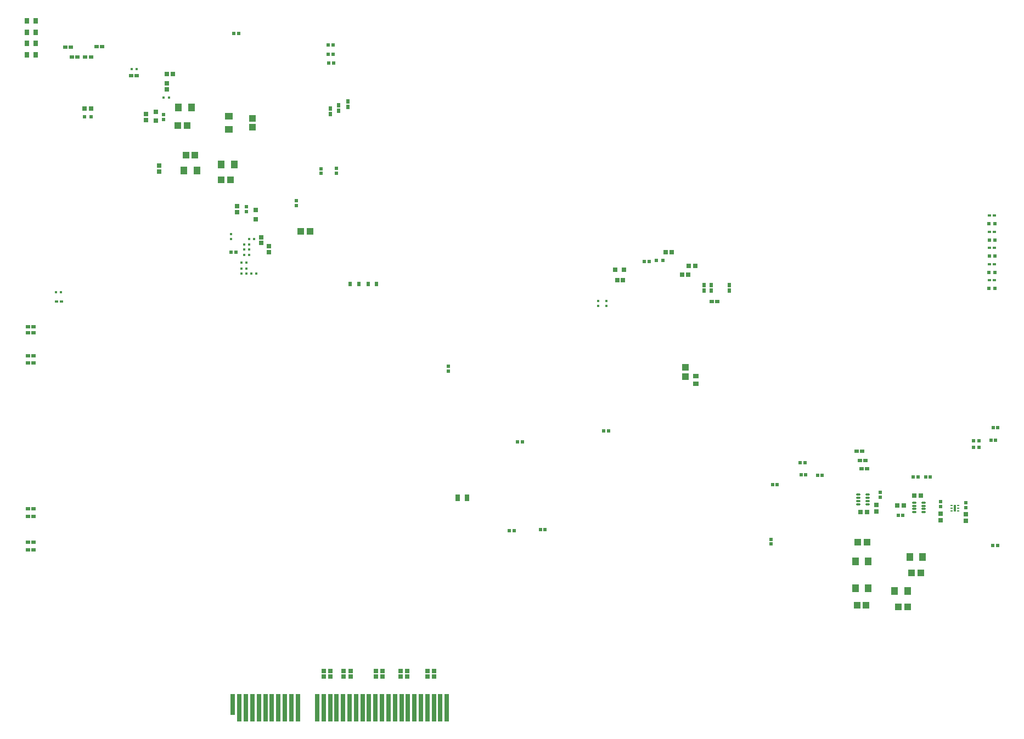
<source format=gbp>
G04*
G04 #@! TF.GenerationSoftware,Altium Limited,Altium Designer,24.4.1 (13)*
G04*
G04 Layer_Color=128*
%FSLAX44Y44*%
%MOMM*%
G71*
G04*
G04 #@! TF.SameCoordinates,54A0BAA1-6D0C-43F7-A8F5-CCA505531DDE*
G04*
G04*
G04 #@! TF.FilePolarity,Positive*
G04*
G01*
G75*
%ADD43R,0.7112X4.1910*%
%ADD44R,0.7112X3.2004*%
%ADD46R,0.6500X0.6000*%
%ADD49R,0.8000X0.9500*%
%ADD73R,0.7393X0.6725*%
%ADD87R,0.4500X0.4500*%
%ADD114R,0.4500X0.4500*%
%ADD116R,0.5811X0.5121*%
%ADD117R,0.6000X0.6500*%
%ADD119R,0.6800X0.6400*%
%ADD120R,0.7000X0.7000*%
%ADD121R,1.0500X1.1000*%
%ADD122R,0.7000X0.7000*%
%ADD123R,0.6400X0.6800*%
%ADD124R,1.1000X1.0500*%
%ADD125R,0.3700X0.2400*%
%ADD126R,0.4000X1.0800*%
%ADD128R,0.5000X0.4500*%
%ADD130R,0.5500X0.5500*%
%ADD139R,0.5121X0.5811*%
%ADD144R,0.6725X0.7393*%
%ADD145R,0.6725X0.7154*%
%ADD261R,0.6500X0.7000*%
%ADD262R,0.7200X1.0000*%
%ADD263R,0.6000X0.8000*%
%ADD264R,0.8500X0.7500*%
%ADD265R,1.0000X1.2500*%
%ADD266R,0.5153X0.4725*%
%ADD267R,0.7500X0.7000*%
%ADD268R,0.6888X0.6725*%
%ADD269R,0.5000X0.6000*%
%ADD270R,0.5500X0.5000*%
%ADD271R,0.5600X0.5200*%
%ADD272R,0.6500X0.6500*%
G04:AMPARAMS|DCode=273|XSize=0.66mm|YSize=0.32mm|CornerRadius=0.04mm|HoleSize=0mm|Usage=FLASHONLY|Rotation=0.000|XOffset=0mm|YOffset=0mm|HoleType=Round|Shape=RoundedRectangle|*
%AMROUNDEDRECTD273*
21,1,0.6600,0.2400,0,0,0.0*
21,1,0.5800,0.3200,0,0,0.0*
1,1,0.0800,0.2900,-0.1200*
1,1,0.0800,-0.2900,-0.1200*
1,1,0.0800,-0.2900,0.1200*
1,1,0.0800,0.2900,0.1200*
%
%ADD273ROUNDEDRECTD273*%
%ADD274R,0.6500X0.6500*%
%ADD275R,1.2500X1.0000*%
D43*
X489000Y37376D02*
D03*
X649000D02*
D03*
X669000D02*
D03*
X739000D02*
D03*
X779000D02*
D03*
X699000D02*
D03*
X749000D02*
D03*
X709000D02*
D03*
X589000D02*
D03*
X619000D02*
D03*
X659000D02*
D03*
X529000D02*
D03*
X519000D02*
D03*
X509000D02*
D03*
X499000D02*
D03*
X559000D02*
D03*
X599000D02*
D03*
X609000D02*
D03*
X629000D02*
D03*
X639000D02*
D03*
X719000D02*
D03*
X679000D02*
D03*
X729000D02*
D03*
X759000D02*
D03*
X769000D02*
D03*
X689000D02*
D03*
X539000D02*
D03*
X549000D02*
D03*
X469000D02*
D03*
X479000D02*
D03*
X789000D02*
D03*
D44*
X459000Y42329D02*
D03*
D46*
X1206250Y665000D02*
D03*
X1197750D02*
D03*
X142750Y617000D02*
D03*
X151250D02*
D03*
X142750Y570000D02*
D03*
X151250D02*
D03*
X142750Y581000D02*
D03*
X151250D02*
D03*
X142750Y293000D02*
D03*
X151250D02*
D03*
X142750Y281000D02*
D03*
X151250D02*
D03*
X142750Y345000D02*
D03*
X151250D02*
D03*
Y333000D02*
D03*
X142750D02*
D03*
X257250Y1059000D02*
D03*
X248750D02*
D03*
X210250Y1042500D02*
D03*
X218750D02*
D03*
X1437542Y406750D02*
D03*
X1429042D02*
D03*
X1434552Y419750D02*
D03*
X1426052D02*
D03*
X1429451Y433750D02*
D03*
X1420951D02*
D03*
X209250Y1058000D02*
D03*
X200750D02*
D03*
X239750Y1042500D02*
D03*
X231250D02*
D03*
X310790Y1014000D02*
D03*
X302290D02*
D03*
X151250Y626000D02*
D03*
X142750D02*
D03*
D49*
X154750Y1046000D02*
D03*
X141250D02*
D03*
Y1098500D02*
D03*
X154750D02*
D03*
X141250Y1081000D02*
D03*
X154750D02*
D03*
X141250Y1063500D02*
D03*
X154750D02*
D03*
D73*
X1126334Y741000D02*
D03*
X1135666D02*
D03*
X366666Y1016000D02*
D03*
X357334D02*
D03*
D87*
X352000Y980000D02*
D03*
X360000D02*
D03*
X484000Y753000D02*
D03*
X476000D02*
D03*
X310540Y1023651D02*
D03*
X302540D02*
D03*
X480000Y708000D02*
D03*
X472000D02*
D03*
X487000D02*
D03*
X495000D02*
D03*
X186000Y679000D02*
D03*
X194000D02*
D03*
X484000Y761000D02*
D03*
X492000D02*
D03*
X472000Y725000D02*
D03*
X480000D02*
D03*
X472000Y716000D02*
D03*
X480000D02*
D03*
X476000Y745000D02*
D03*
X484000D02*
D03*
Y737000D02*
D03*
X476000D02*
D03*
D114*
X456000Y769000D02*
D03*
Y761000D02*
D03*
X1035330Y666000D02*
D03*
Y658000D02*
D03*
X1022630Y666000D02*
D03*
Y658000D02*
D03*
D116*
X606755Y1032876D02*
D03*
X614066D02*
D03*
X460345Y1079000D02*
D03*
X467655D02*
D03*
X1492655Y335000D02*
D03*
X1485345D02*
D03*
X1291345Y382000D02*
D03*
X1298655D02*
D03*
X1334345Y416000D02*
D03*
X1341655D02*
D03*
X1368155Y396254D02*
D03*
X1360845D02*
D03*
X1335345Y397000D02*
D03*
X1342655D02*
D03*
X1508845Y393757D02*
D03*
X1516155D02*
D03*
X1534905Y393750D02*
D03*
X1527595D02*
D03*
X613655Y1061000D02*
D03*
X606345D02*
D03*
X613655Y1047000D02*
D03*
X606345D02*
D03*
X940655Y313000D02*
D03*
X933345D02*
D03*
X892655Y311000D02*
D03*
X885345D02*
D03*
X905655Y448000D02*
D03*
X898345D02*
D03*
X1031345Y465250D02*
D03*
X1038655D02*
D03*
X1628345Y451000D02*
D03*
X1635655D02*
D03*
X1631732Y470000D02*
D03*
X1639043D02*
D03*
D117*
X1185749Y690250D02*
D03*
Y681750D02*
D03*
X1197000Y690250D02*
D03*
Y681750D02*
D03*
X1225250Y690250D02*
D03*
Y681750D02*
D03*
X609000Y954305D02*
D03*
Y962804D02*
D03*
X622000Y959741D02*
D03*
Y968241D02*
D03*
X636000Y965630D02*
D03*
Y974130D02*
D03*
D119*
X1051711Y698000D02*
D03*
X1060511D02*
D03*
D120*
X1048330Y714000D02*
D03*
X1062330D02*
D03*
D121*
X1500000Y193000D02*
D03*
X1486000D02*
D03*
X1436000Y196000D02*
D03*
X1422000D02*
D03*
X1520000Y246000D02*
D03*
X1506000D02*
D03*
X1437000Y293000D02*
D03*
X1423000D02*
D03*
X400525Y890876D02*
D03*
X386525D02*
D03*
X374275Y936601D02*
D03*
X388275D02*
D03*
X455000Y853000D02*
D03*
X441000D02*
D03*
X578000Y773000D02*
D03*
X564000D02*
D03*
D122*
X340000Y958000D02*
D03*
Y944000D02*
D03*
X494000Y806000D02*
D03*
Y792000D02*
D03*
D123*
X769540Y94576D02*
D03*
Y85976D02*
D03*
X514266Y750138D02*
D03*
Y741338D02*
D03*
X502841Y764150D02*
D03*
Y755350D02*
D03*
X599360Y94576D02*
D03*
Y85976D02*
D03*
X609520D02*
D03*
Y94576D02*
D03*
X629586D02*
D03*
Y85976D02*
D03*
X640508D02*
D03*
Y94576D02*
D03*
X679370Y85976D02*
D03*
Y94576D02*
D03*
X689530Y85976D02*
D03*
Y94576D02*
D03*
X718000Y85700D02*
D03*
Y94300D02*
D03*
X728000D02*
D03*
Y85700D02*
D03*
X759380Y85976D02*
D03*
Y94576D02*
D03*
D124*
X1156882Y563000D02*
D03*
Y549000D02*
D03*
X489000Y948000D02*
D03*
Y934000D02*
D03*
D125*
X1577867Y341819D02*
D03*
Y345819D02*
D03*
Y349819D02*
D03*
X1567567D02*
D03*
Y345819D02*
D03*
Y341819D02*
D03*
D126*
X1572717Y345819D02*
D03*
D128*
X194069Y664912D02*
D03*
X186569D02*
D03*
X1626250Y772500D02*
D03*
X1633750D02*
D03*
X1626250Y722500D02*
D03*
X1633750D02*
D03*
Y747500D02*
D03*
X1626250D02*
D03*
X1633750Y697500D02*
D03*
X1626250D02*
D03*
X1633750Y797500D02*
D03*
X1626250D02*
D03*
D130*
X1635000Y760000D02*
D03*
X1626000D02*
D03*
X1634500Y685000D02*
D03*
X1625500D02*
D03*
Y710000D02*
D03*
X1634500D02*
D03*
X1626000Y735000D02*
D03*
X1635000D02*
D03*
X1625500Y785000D02*
D03*
X1634500D02*
D03*
D139*
X1589400Y353826D02*
D03*
Y346515D02*
D03*
X1457957Y362843D02*
D03*
Y370154D02*
D03*
X1550399Y348515D02*
D03*
Y355826D02*
D03*
X1288796Y297672D02*
D03*
Y290362D02*
D03*
X557000Y813345D02*
D03*
Y820655D02*
D03*
X594525Y862845D02*
D03*
Y870155D02*
D03*
X619000Y863345D02*
D03*
Y870655D02*
D03*
X352000Y953655D02*
D03*
Y946345D02*
D03*
X791000Y557345D02*
D03*
Y564655D02*
D03*
X480000Y803845D02*
D03*
Y811155D02*
D03*
D144*
X465000Y812166D02*
D03*
Y802834D02*
D03*
X325000Y954666D02*
D03*
Y945334D02*
D03*
D145*
X1589400Y326385D02*
D03*
Y335956D02*
D03*
X1550399Y336956D02*
D03*
Y327385D02*
D03*
X345000Y865214D02*
D03*
Y874786D02*
D03*
D261*
X357000Y992250D02*
D03*
Y1001750D02*
D03*
D262*
X819900Y362000D02*
D03*
X806100D02*
D03*
D263*
X680500Y692000D02*
D03*
X667500D02*
D03*
X652971Y692098D02*
D03*
X639971D02*
D03*
D264*
X1172883Y538250D02*
D03*
Y549750D02*
D03*
D265*
X1480000Y218000D02*
D03*
X1500000D02*
D03*
X1419376Y221753D02*
D03*
X1439376D02*
D03*
X1503000Y270000D02*
D03*
X1523000D02*
D03*
X1419376Y263828D02*
D03*
X1439376D02*
D03*
X395000Y965000D02*
D03*
X375000D02*
D03*
X383525Y867581D02*
D03*
X403525D02*
D03*
X441003Y876476D02*
D03*
X461003D02*
D03*
D266*
X455806Y741500D02*
D03*
X463377D02*
D03*
X1639036Y288000D02*
D03*
X1631464D02*
D03*
D267*
X1161250Y706500D02*
D03*
X1151750D02*
D03*
X239750Y962500D02*
D03*
X230250D02*
D03*
D268*
X1161865Y720000D02*
D03*
X1172135D02*
D03*
D269*
X1112000Y728000D02*
D03*
X1122000D02*
D03*
X240000Y950000D02*
D03*
X230000D02*
D03*
D270*
X1101000Y727000D02*
D03*
X1093500D02*
D03*
D271*
X1602000Y439802D02*
D03*
X1609800D02*
D03*
X1609800Y449802D02*
D03*
X1602000D02*
D03*
D272*
X1520000Y365000D02*
D03*
X1510000D02*
D03*
X1426957Y339499D02*
D03*
X1436957D02*
D03*
X1494000Y350000D02*
D03*
X1484000D02*
D03*
D273*
X1509817Y344483D02*
D03*
Y339483D02*
D03*
Y349483D02*
D03*
Y354483D02*
D03*
X1524517D02*
D03*
Y349483D02*
D03*
Y344483D02*
D03*
Y339483D02*
D03*
X1423700Y366800D02*
D03*
Y361800D02*
D03*
Y356800D02*
D03*
Y351800D02*
D03*
X1438400D02*
D03*
Y356800D02*
D03*
Y366800D02*
D03*
Y361800D02*
D03*
D274*
X1452000Y351000D02*
D03*
Y341000D02*
D03*
D275*
X452525Y930876D02*
D03*
Y950876D02*
D03*
M02*

</source>
